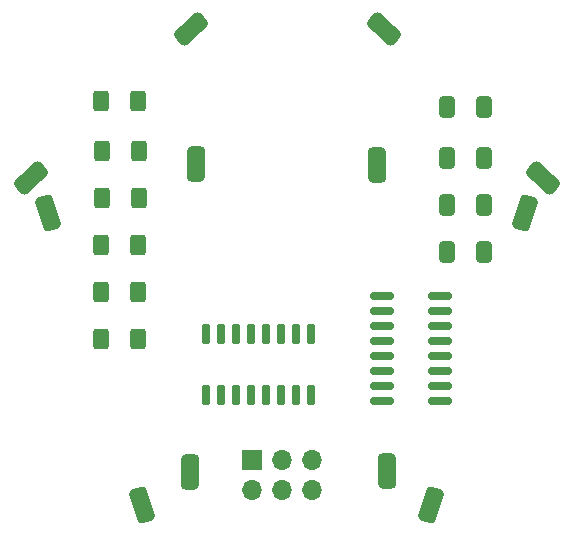
<source format=gbr>
%TF.GenerationSoftware,KiCad,Pcbnew,(7.0.0)*%
%TF.CreationDate,2024-01-04T11:39:15-05:00*%
%TF.ProjectId,MAGFest2023SolderingClass_variant1,4d414746-6573-4743-9230-3233536f6c64,rev?*%
%TF.SameCoordinates,Original*%
%TF.FileFunction,Soldermask,Bot*%
%TF.FilePolarity,Negative*%
%FSLAX46Y46*%
G04 Gerber Fmt 4.6, Leading zero omitted, Abs format (unit mm)*
G04 Created by KiCad (PCBNEW (7.0.0)) date 2024-01-04 11:39:15*
%MOMM*%
%LPD*%
G01*
G04 APERTURE LIST*
G04 Aperture macros list*
%AMRoundRect*
0 Rectangle with rounded corners*
0 $1 Rounding radius*
0 $2 $3 $4 $5 $6 $7 $8 $9 X,Y pos of 4 corners*
0 Add a 4 corners polygon primitive as box body*
4,1,4,$2,$3,$4,$5,$6,$7,$8,$9,$2,$3,0*
0 Add four circle primitives for the rounded corners*
1,1,$1+$1,$2,$3*
1,1,$1+$1,$4,$5*
1,1,$1+$1,$6,$7*
1,1,$1+$1,$8,$9*
0 Add four rect primitives between the rounded corners*
20,1,$1+$1,$2,$3,$4,$5,0*
20,1,$1+$1,$4,$5,$6,$7,0*
20,1,$1+$1,$6,$7,$8,$9,0*
20,1,$1+$1,$8,$9,$2,$3,0*%
G04 Aperture macros list end*
%ADD10RoundRect,0.381000X-0.016563X1.181968X-0.708143X-0.946497X0.016563X-1.181968X0.708143X0.946497X0*%
%ADD11RoundRect,0.381000X-0.419820X1.105022X-0.341715X-1.131615X0.419820X-1.105022X0.341715X1.131615X0*%
%ADD12RoundRect,0.381000X-0.708143X0.946497X-0.016563X-1.181968X0.708143X-0.946497X0.016563X1.181968X0*%
%ADD13RoundRect,0.381000X0.558543X1.041802X-1.078226X-0.484510X-0.558543X-1.041802X1.078226X0.484510X0*%
%ADD14R,1.700000X1.700000*%
%ADD15O,1.700000X1.700000*%
%ADD16RoundRect,0.381000X-1.078226X0.484510X0.558543X-1.041802X1.078226X-0.484510X-0.558543X1.041802X0*%
%ADD17RoundRect,0.381000X-0.361413X1.125479X-0.400471X-1.112180X0.361413X-1.125479X0.400471X1.112180X0*%
%ADD18RoundRect,0.250000X0.412500X0.650000X-0.412500X0.650000X-0.412500X-0.650000X0.412500X-0.650000X0*%
%ADD19RoundRect,0.250000X0.400000X0.625000X-0.400000X0.625000X-0.400000X-0.625000X0.400000X-0.625000X0*%
%ADD20RoundRect,0.150000X-0.825000X-0.150000X0.825000X-0.150000X0.825000X0.150000X-0.825000X0.150000X0*%
%ADD21RoundRect,0.150000X-0.150000X0.725000X-0.150000X-0.725000X0.150000X-0.725000X0.150000X0.725000X0*%
G04 APERTURE END LIST*
D10*
%TO.C,D4*%
X167262221Y-70941265D03*
X159227779Y-95668735D03*
%TD*%
D11*
%TO.C,D3*%
X154651307Y-66862919D03*
X155558693Y-92847081D03*
%TD*%
D12*
%TO.C,D1*%
X126797779Y-70941265D03*
X134832221Y-95668735D03*
%TD*%
D13*
%TO.C,D6*%
X138920022Y-55396515D03*
X125389978Y-68013485D03*
%TD*%
D14*
%TO.C,J1*%
X144144999Y-91861764D03*
D15*
X144144999Y-94401764D03*
X146684999Y-91861764D03*
X146684999Y-94401764D03*
X149224999Y-91861764D03*
X149224999Y-94401764D03*
%TD*%
D16*
%TO.C,D5*%
X155257590Y-55396515D03*
X168787634Y-68013485D03*
%TD*%
D17*
%TO.C,D2*%
X139331881Y-66856980D03*
X138878119Y-92853020D03*
%TD*%
D18*
%TO.C,C2*%
X163720000Y-66295000D03*
X160595000Y-66295000D03*
%TD*%
D19*
%TO.C,R4*%
X134425000Y-73665000D03*
X131325000Y-73665000D03*
%TD*%
D18*
%TO.C,C4*%
X163720000Y-74285000D03*
X160595000Y-74285000D03*
%TD*%
D19*
%TO.C,R3*%
X134525000Y-69685000D03*
X131425000Y-69685000D03*
%TD*%
D20*
%TO.C,U1*%
X155095000Y-86885000D03*
X155095000Y-85615000D03*
X155095000Y-84345000D03*
X155095000Y-83075000D03*
X155095000Y-81805000D03*
X155095000Y-80535000D03*
X155095000Y-79265000D03*
X155095000Y-77995000D03*
X160045000Y-77995000D03*
X160045000Y-79265000D03*
X160045000Y-80535000D03*
X160045000Y-81805000D03*
X160045000Y-83075000D03*
X160045000Y-84345000D03*
X160045000Y-85615000D03*
X160045000Y-86885000D03*
%TD*%
D18*
%TO.C,C1*%
X163720000Y-62025000D03*
X160595000Y-62025000D03*
%TD*%
D19*
%TO.C,R5*%
X134425000Y-77645000D03*
X131325000Y-77645000D03*
%TD*%
%TO.C,R1*%
X134465000Y-61455000D03*
X131365000Y-61455000D03*
%TD*%
%TO.C,R2*%
X134525000Y-65705000D03*
X131425000Y-65705000D03*
%TD*%
%TO.C,R6*%
X134425000Y-81625000D03*
X131325000Y-81625000D03*
%TD*%
D21*
%TO.C,U2*%
X140235000Y-81245000D03*
X141505000Y-81245000D03*
X142775000Y-81245000D03*
X144045000Y-81245000D03*
X145315000Y-81245000D03*
X146585000Y-81245000D03*
X147855000Y-81245000D03*
X149125000Y-81245000D03*
X149125000Y-86395000D03*
X147855000Y-86395000D03*
X146585000Y-86395000D03*
X145315000Y-86395000D03*
X144045000Y-86395000D03*
X142775000Y-86395000D03*
X141505000Y-86395000D03*
X140235000Y-86395000D03*
%TD*%
D18*
%TO.C,C3*%
X163720000Y-70290000D03*
X160595000Y-70290000D03*
%TD*%
M02*

</source>
